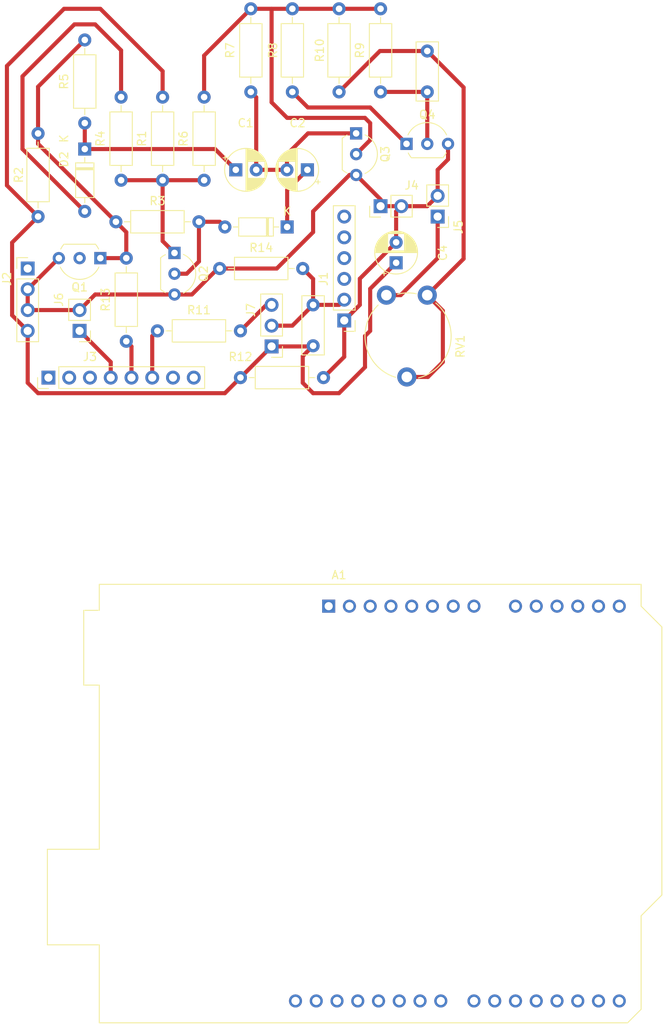
<source format=kicad_pcb>
(kicad_pcb (version 20221018) (generator pcbnew)
  (layers (0 "F.Cu" signal) (31 "B.Cu" signal) (34 "B.Paste" user) (35 "F.Paste" user) (36 "B.SilkS" user "B.Silkscreen") (37 "F.SilkS" user "F.Silkscreen") (38 "B.Mask" user) (39 "F.Mask" user) (44 "Edge.Cuts" user))
  (net 0 "")
  (net 1 "Net-(D2-K)")
  (net 2 "Net-(Q3-C)")
  (net 3 "Net-(D1-K)")
  (net 4 "Net-(C3-Pad1)")
  (net 5 "Net-(Q4-B)")
  (net 6 "VCC")
  (net 7 "GND")
  (net 8 "Net-(J1-Pin_2)")
  (net 9 "Net-(D1-A)")
  (net 10 "Net-(D2-A)")
  (net 11 "Micro")
  (net 12 "Taste")
  (net 13 "Net-(Q2-C)")
  (net 14 "Net-(Q1-C)")
  (net 15 "Net-(Q3-B)")
  (net 16 "Net-(Q4-C)")
  (net 17 "Net-(J7-Pin_3)")
  (net 18 "Net-(J3-Pin_6)")
  (net 19 "DI6")
  (footprint "Potentiometer_THT:Potentiometer_Piher_PT-10-V10_Vertical_Hole" (layer "F.Cu") (at 125.175 99.14 -90)
    (fp_text reference "RV1" (at 6.27 -9.05 90) (layer "F.SilkS"))
    (fp_text value "10k")
    (pad "" np_thru_hole circle (at 5 -2.65 270) (size 4 4) (drill 4) (layers "*.Cu" "*.Mask"))
    (pad "1" thru_hole circle (at 0 0 270) (size 2.34 2.34) (drill 1.3) (layers "*.Cu" "*.Mask") (net 11 "Micro"))
    (pad "2" thru_hole circle (at 10 -2.5 270) (size 2.34 2.34) (drill 1.3) (layers "*.Cu" "*.Mask") (net 4 "Net-(C3-Pad1)"))
    (pad "3" thru_hole circle (at 0 -5 270) (size 2.34 2.34) (drill 1.3) (layers "*.Cu" "*.Mask") (net 4 "Net-(C3-Pad1)"))
  )
  (footprint "Resistor_THT:R_Axial_DIN0207_L6.3mm_D2.5mm_P10.16mm_Horizontal" (layer "F.Cu") (at 97.79 74.93 -90)
    (fp_text reference "R1" (at 5.08 2.54 90) (layer "F.SilkS"))
    (fp_text value "1k")
    (pad "1" thru_hole circle (at 0 0 270) (size 1.6 1.6) (drill 0.8) (layers "*.Cu" "*.Mask") (net 6 "VCC"))
    (pad "2" thru_hole oval (at 10.16 0 270) (size 1.6 1.6) (drill 0.8) (layers "*.Cu" "*.Mask") (net 13 "Net-(Q2-C)"))
  )
  (footprint "Resistor_THT:R_Axial_DIN0207_L6.3mm_D2.5mm_P10.16mm_Horizontal" (layer "F.Cu") (at 107.315 103.505 180)
    (fp_text reference "R11" (at 5.08 2.54) (layer "F.SilkS"))
    (fp_text value "470")
    (pad "1" thru_hole circle (at 0 0 180) (size 1.6 1.6) (drill 0.8) (layers "*.Cu" "*.Mask") (net 17 "Net-(J7-Pin_3)"))
    (pad "2" thru_hole oval (at 10.16 0 180) (size 1.6 1.6) (drill 0.8) (layers "*.Cu" "*.Mask") (net 18 "Net-(J3-Pin_6)"))
  )
  (footprint "Resistor_THT:R_Axial_DIN0207_L6.3mm_D2.5mm_P10.16mm_Horizontal" (layer "F.Cu") (at 93.345 94.615 -90)
    (fp_text reference "R13" (at 5.08 2.54 90) (layer "F.SilkS"))
    (fp_text value "470")
    (pad "1" thru_hole circle (at 0 0 270) (size 1.6 1.6) (drill 0.8) (layers "*.Cu" "*.Mask") (net 14 "Net-(Q1-C)"))
    (pad "2" thru_hole oval (at 10.16 0 270) (size 1.6 1.6) (drill 0.8) (layers "*.Cu" "*.Mask") (net 19 "DI6"))
  )
  (footprint "Resistor_THT:R_Axial_DIN0207_L6.3mm_D2.5mm_P10.16mm_Horizontal" (layer "F.Cu") (at 88.265 67.945 -90)
    (fp_text reference "R5" (at 5.08 2.54 90) (layer "F.SilkS"))
    (fp_text value "1k")
    (pad "1" thru_hole circle (at 0 0 270) (size 1.6 1.6) (drill 0.8) (layers "*.Cu" "*.Mask") (net 14 "Net-(Q1-C)"))
    (pad "2" thru_hole oval (at 10.16 0 270) (size 1.6 1.6) (drill 0.8) (layers "*.Cu" "*.Mask") (net 1 "Net-(D2-K)"))
  )
  (footprint "Connector_PinHeader_2.54mm:PinHeader_1x03_P2.54mm_Vertical" (layer "F.Cu") (at 111.125 105.41 180)
    (fp_text reference "J7" (at 2.54 4.445 90) (layer "F.SilkS"))
    (fp_text value "03")
    (pad "1" thru_hole rect (at 0 0 180) (size 1.7 1.7) (drill 1) (layers "*.Cu" "*.Mask") (net 6 "VCC"))
    (pad "2" thru_hole oval (at 0 2.54 180) (size 1.7 1.7) (drill 1) (layers "*.Cu" "*.Mask") (net 8 "Net-(J1-Pin_2)"))
    (pad "3" thru_hole oval (at 0 5.08 180) (size 1.7 1.7) (drill 1) (layers "*.Cu" "*.Mask") (net 17 "Net-(J7-Pin_3)"))
  )
  (footprint "Diode_THT:D_DO-35_SOD27_P7.62mm_Horizontal" (layer "F.Cu") (at 113.03 90.805 180)
    (fp_text reference "D1" hide)
    (fp_text value "1N4148")
    (fp_text user "K" (at 0 1.905) (layer "F.SilkS"))
    (pad "1" thru_hole rect (at 0 0 180) (size 1.6 1.6) (drill 0.8) (layers "*.Cu" "*.Mask") (net 3 "Net-(D1-K)"))
    (pad "2" thru_hole oval (at 7.62 0 180) (size 1.6 1.6) (drill 0.8) (layers "*.Cu" "*.Mask") (net 9 "Net-(D1-A)"))
  )
  (footprint "Resistor_THT:R_Axial_DIN0207_L6.3mm_D2.5mm_P10.16mm_Horizontal" (layer "F.Cu") (at 82.55 89.535 90)
    (fp_text reference "R2" (at 5.08 -2.37 90) (layer "F.SilkS"))
    (fp_text value "1k")
    (pad "1" thru_hole circle (at 0 0 90) (size 1.6 1.6) (drill 0.8) (layers "*.Cu" "*.Mask") (net 6 "VCC"))
    (pad "2" thru_hole oval (at 10.16 0 90) (size 1.6 1.6) (drill 0.8) (layers "*.Cu" "*.Mask") (net 14 "Net-(Q1-C)"))
  )
  (footprint "Package_TO_SOT_THT:TO-92L_Inline_Wide" (layer "F.Cu") (at 90.17 94.615 180)
    (fp_text reference "Q1" (at 2.54 -3.56) (layer "F.SilkS"))
    (fp_text value "BC547")
    (pad "1" thru_hole rect (at 0 0 180) (size 1.5 1.5) (drill 0.8) (layers "*.Cu" "*.Mask") (net 14 "Net-(Q1-C)"))
    (pad "2" thru_hole circle (at 2.54 0 180) (size 1.5 1.5) (drill 0.8) (layers "*.Cu" "*.Mask") (net 10 "Net-(D2-A)"))
    (pad "3" thru_hole circle (at 5.08 0 180) (size 1.5 1.5) (drill 0.8) (layers "*.Cu" "*.Mask") (net 7 "GND"))
  )
  (footprint "Capacitor_THT:CP_Radial_D5.0mm_P2.50mm" (layer "F.Cu") (at 106.744888 83.82)
    (fp_text reference "C1" (at 1.205112 -5.715) (layer "F.SilkS"))
    (fp_text value "47μF")
    (pad "1" thru_hole rect (at 0 0) (size 1.6 1.6) (drill 0.8) (layers "*.Cu" "*.Mask") (net 1 "Net-(D2-K)"))
    (pad "2" thru_hole circle (at 2.5 0) (size 1.6 1.6) (drill 0.8) (layers "*.Cu" "*.Mask") (net 2 "Net-(Q3-C)"))
  )
  (footprint "Package_TO_SOT_THT:TO-92L_Inline_Wide" (layer "F.Cu") (at 121.47 79.365 -90)
    (fp_text reference "Q3" (at 2.54 -3.56 90) (layer "F.SilkS"))
    (fp_text value "BC547")
    (pad "1" thru_hole rect (at 0 0 270) (size 1.5 1.5) (drill 0.8) (layers "*.Cu" "*.Mask") (net 2 "Net-(Q3-C)"))
    (pad "2" thru_hole circle (at 2.54 0 270) (size 1.5 1.5) (drill 0.8) (layers "*.Cu" "*.Mask") (net 15 "Net-(Q3-B)"))
    (pad "3" thru_hole circle (at 5.08 0 270) (size 1.5 1.5) (drill 0.8) (layers "*.Cu" "*.Mask") (net 7 "GND"))
  )
  (footprint "Connector_PinHeader_2.54mm:PinHeader_1x02_P2.54mm_Vertical" (layer "F.Cu") (at 131.445 89.535 180)
    (fp_text reference "J5" (at -2.54 -1.27 90) (layer "F.SilkS"))
    (fp_text value "Micro")
    (pad "1" thru_hole rect (at 0 0 180) (size 1.7 1.7) (drill 1) (layers "*.Cu" "*.Mask") (net 11 "Micro"))
    (pad "2" thru_hole oval (at 0 2.54 180) (size 1.7 1.7) (drill 1) (layers "*.Cu" "*.Mask") (net 7 "GND"))
  )
  (footprint "Resistor_THT:R_Axial_DIN0207_L6.3mm_D2.5mm_P10.16mm_Horizontal" (layer "F.Cu") (at 104.775 95.885)
    (fp_text reference "R14" (at 5.08 -2.54) (layer "F.SilkS"))
    (fp_text value "0,22")
    (pad "1" thru_hole circle (at 0 0) (size 1.6 1.6) (drill 0.8) (layers "*.Cu" "*.Mask") (net 7 "GND"))
    (pad "2" thru_hole oval (at 10.16 0) (size 1.6 1.6) (drill 0.8) (layers "*.Cu" "*.Mask") (net 8 "Net-(J1-Pin_2)"))
  )
  (footprint "Diode_THT:D_DO-35_SOD27_P7.62mm_Horizontal" (layer "F.Cu") (at 88.265 81.28 -90)
    (fp_text reference "D2" (at 1.27 2.54 90) (layer "F.SilkS"))
    (fp_text value "1N4148")
    (fp_text user "K" (at -1.27 2.54 90) (layer "F.SilkS"))
    (pad "1" thru_hole rect (at 0 0 270) (size 1.6 1.6) (drill 0.8) (layers "*.Cu" "*.Mask") (net 1 "Net-(D2-K)"))
    (pad "2" thru_hole oval (at 7.62 0 270) (size 1.6 1.6) (drill 0.8) (layers "*.Cu" "*.Mask") (net 10 "Net-(D2-A)"))
  )
  (footprint "Connector_PinHeader_2.54mm:PinHeader_1x08_P2.54mm_Vertical" (layer "F.Cu") (at 83.82 109.22 90)
    (fp_text reference "J3" (at 2.54 5.08) (layer "F.SilkS"))
    (fp_text value "DIGITAL")
    (pad "1" thru_hole rect (at 0 0 90) (size 1.7 1.7) (drill 1) (layers "*.Cu" "*.Mask"))
    (pad "2" thru_hole oval (at 0 2.54 90) (size 1.7 1.7) (drill 1) (layers "*.Cu" "*.Mask"))
    (pad "3" thru_hole oval (at 0 5.08 90) (size 1.7 1.7) (drill 1) (layers "*.Cu" "*.Mask"))
    (pad "4" thru_hole oval (at 0 7.62 90) (size 1.7 1.7) (drill 1) (layers "*.Cu" "*.Mask") (net 12 "Taste"))
    (pad "5" thru_hole oval (at 0 10.16 90) (size 1.7 1.7) (drill 1) (layers "*.Cu" "*.Mask") (net 19 "DI6"))
    (pad "6" thru_hole oval (at 0 12.7 90) (size 1.7 1.7) (drill 1) (layers "*.Cu" "*.Mask") (net 18 "Net-(J3-Pin_6)"))
    (pad "7" thru_hole oval (at 0 15.24 90) (size 1.7 1.7) (drill 1) (layers "*.Cu" "*.Mask"))
    (pad "8" thru_hole oval (at 0 17.78 90) (size 1.7 1.7) (drill 1) (layers "*.Cu" "*.Mask"))
  )
  (footprint "Connector_PinHeader_2.54mm:PinHeader_1x02_P2.54mm_Vertical" (layer "F.Cu") (at 124.46 88.265 90)
    (fp_text reference "J4" (at 2.54 3.81) (layer "F.SilkS"))
    (fp_text value "LDR")
    (pad "1" thru_hole rect (at 0 0 90) (size 1.7 1.7) (drill 1) (layers "*.Cu" "*.Mask") (net 7 "GND"))
    (pad "2" thru_hole oval (at 0 2.54 90) (size 1.7 1.7) (drill 1) (layers "*.Cu" "*.Mask") (net 7 "GND"))
  )
  (footprint "Package_TO_SOT_THT:TO-92L_Inline_Wide" (layer "F.Cu") (at 127.635 80.645)
    (fp_text reference "Q4" (at 2.54 -3.56) (layer "F.SilkS"))
    (fp_text value "BC547")
    (pad "1" thru_hole rect (at 0 0) (size 1.5 1.5) (drill 0.8) (layers "*.Cu" "*.Mask") (net 16 "Net-(Q4-C)"))
    (pad "2" thru_hole circle (at 2.54 0) (size 1.5 1.5) (drill 0.8) (layers "*.Cu" "*.Mask") (net 5 "Net-(Q4-B)"))
    (pad "3" thru_hole circle (at 5.08 0) (size 1.5 1.5) (drill 0.8) (layers "*.Cu" "*.Mask") (net 7 "GND"))
  )
  (footprint "Connector_PinHeader_2.54mm:PinHeader_1x04_P2.54mm_Vertical" (layer "F.Cu") (at 81.28 95.885)
    (fp_text reference "J2" (at -2.54 1.27 90) (layer "F.SilkS"))
    (fp_text value "Power")
    (pad "1" thru_hole rect (at 0 0) (size 1.7 1.7) (drill 1) (layers "*.Cu" "*.Mask"))
    (pad "2" thru_hole oval (at 0 2.54) (size 1.7 1.7) (drill 1) (layers "*.Cu" "*.Mask") (net 7 "GND"))
    (pad "3" thru_hole oval (at 0 5.08) (size 1.7 1.7) (drill 1) (layers "*.Cu" "*.Mask") (net 7 "GND"))
    (pad "4" thru_hole oval (at 0 7.62) (size 1.7 1.7) (drill 1) (layers "*.Cu" "*.Mask") (net 6 "VCC"))
  )
  (footprint "Connector_PinHeader_2.54mm:PinHeader_1x06_P2.54mm_Vertical" (layer "F.Cu") (at 120.015 102.235 180)
    (fp_text reference "J1" (at 2.54 5.08 90) (layer "F.SilkS"))
    (fp_text value "Analog IN")
    (pad "1" thru_hole rect (at 0 0 180) (size 1.7 1.7) (drill 1) (layers "*.Cu" "*.Mask") (net 7 "GND"))
    (pad "2" thru_hole oval (at 0 2.54 180) (size 1.7 1.7) (drill 1) (layers "*.Cu" "*.Mask") (net 8 "Net-(J1-Pin_2)"))
    (pad "3" thru_hole oval (at 0 5.08 180) (size 1.7 1.7) (drill 1) (layers "*.Cu" "*.Mask"))
    (pad "4" thru_hole oval (at 0 7.62 180) (size 1.7 1.7) (drill 1) (layers "*.Cu" "*.Mask"))
    (pad "5" thru_hole oval (at 0 10.16 180) (size 1.7 1.7) (drill 1) (layers "*.Cu" "*.Mask"))
    (pad "6" thru_hole oval (at 0 12.7 180) (size 1.7 1.7) (drill 1) (layers "*.Cu" "*.Mask"))
  )
  (footprint "Resistor_THT:R_Axial_DIN0207_L6.3mm_D2.5mm_P10.16mm_Horizontal" (layer "F.Cu") (at 113.665 74.295 90)
    (fp_text reference "R8" (at 5.08 -2.37 90) (layer "F.SilkS"))
    (fp_text value "4k7")
    (pad "1" thru_hole circle (at 0 0 90) (size 1.6 1.6) (drill 0.8) (layers "*.Cu" "*.Mask") (net 16 "Net-(Q4-C)"))
    (pad "2" thru_hole oval (at 10.16 0 90) (size 1.6 1.6) (drill 0.8) (layers "*.Cu" "*.Mask") (net 15 "Net-(Q3-B)"))
  )
  (footprint "Capacitor_THT:C_Disc_D7.0mm_W2.5mm_P5.00mm" (layer "F.Cu") (at 130.175 69.295 -90)
    (fp_text reference "C3" hide)
    (fp_text value "100NF")
    (pad "1" thru_hole circle (at 0 0 270) (size 1.6 1.6) (drill 0.8) (layers "*.Cu" "*.Mask") (net 4 "Net-(C3-Pad1)"))
    (pad "2" thru_hole circle (at 5 0 270) (size 1.6 1.6) (drill 0.8) (layers "*.Cu" "*.Mask") (net 5 "Net-(Q4-B)"))
  )
  (footprint "Capacitor_THT:CP_Radial_D5.0mm_P2.50mm" (layer "F.Cu") (at 126.365 95.185113 90)
    (fp_text reference "C4" (at 1.205113 5.71 90) (layer "F.SilkS"))
    (fp_text value "47μF")
    (pad "1" thru_hole rect (at 0 0 90) (size 1.6 1.6) (drill 0.8) (layers "*.Cu" "*.Mask") (net 6 "VCC"))
    (pad "2" thru_hole circle (at 2.5 0 90) (size 1.6 1.6) (drill 0.8) (layers "*.Cu" "*.Mask") (net 7 "GND"))
  )
  (footprint "Module:Arduino_UNO_R2" (layer "F.Cu") (at 118.11 137.16)
    (fp_text reference "A1" (at 1.27 -3.81 180) (layer "F.SilkS"))
    (fp_text value "Arduino_UNO_R2")
    (pad "1" thru_hole rect (at 0 0 90) (size 1.6 1.6) (drill 1) (layers "*.Cu" "*.Mask"))
    (pad "2" thru_hole oval (at 2.54 0 90) (size 1.6 1.6) (drill 1) (layers "*.Cu" "*.Mask"))
    (pad "3" thru_hole oval (at 5.08 0 90) (size 1.6 1.6) (drill 1) (layers "*.Cu" "*.Mask"))
    (pad "4" thru_hole oval (at 7.62 0 90) (size 1.6 1.6) (drill 1) (layers "*.Cu" "*.Mask"))
    (pad "5" thru_hole oval (at 10.16 0 90) (size 1.6 1.6) (drill 1) (layers "*.Cu" "*.Mask"))
    (pad "6" thru_hole oval (at 12.7 0 90) (size 1.6 1.6) (drill 1) (layers "*.Cu" "*.Mask"))
    (pad "7" thru_hole oval (at 15.24 0 90) (size 1.6 1.6) (drill 1) (layers "*.Cu" "*.Mask"))
    (pad "8" thru_hole oval (at 17.78 0 90) (size 1.6 1.6) (drill 1) (layers "*.Cu" "*.Mask"))
    (pad "9" thru_hole oval (at 22.86 0 90) (size 1.6 1.6) (drill 1) (layers "*.Cu" "*.Mask"))
    (pad "10" thru_hole oval (at 25.4 0 90) (size 1.6 1.6) (drill 1) (layers "*.Cu" "*.Mask"))
    (pad "11" thru_hole oval (at 27.94 0 90) (size 1.6 1.6) (drill 1) (layers "*.Cu" "*.Mask"))
    (pad "12" thru_hole oval (at 30.48 0 90) (size 1.6 1.6) (drill 1) (layers "*.Cu" "*.Mask"))
    (pad "13" thru_hole oval (at 33.02 0 90) (size 1.6 1.6) (drill 1) (layers "*.Cu" "*.Mask"))
    (pad "14" thru_hole oval (at 35.56 0 90) (size 1.6 1.6) (drill 1) (layers "*.Cu" "*.Mask"))
    (pad "15" thru_hole oval (at 35.56 48.26 90) (size 1.6 1.6) (drill 1) (layers "*.Cu" "*.Mask"))
    (pad "16" thru_hole oval (at 33.02 48.26 90) (size 1.6 1.6) (drill 1) (layers "*.Cu" "*.Mask"))
    (pad "17" thru_hole oval (at 30.48 48.26 90) (size 1.6 1.6) (drill 1) (layers "*.Cu" "*.Mask"))
    (pad "18" thru_hole oval (at 27.94 48.26 90) (size 1.6 1.6) (drill 1) (layers "*.Cu" "*.Mask"))
    (pad "19" thru_hole oval (at 25.4 48.26 90) (size 1.6 1.6) (drill 1) (layers "*.Cu" "*.Mask"))
    (pad "20" thru_hole oval (at 22.86 48.26 90) (size 1.6 1.6) (drill 1) (layers "*.Cu" "*.Mask"))
    (pad "21" thru_hole oval (at 20.32 48.26 90) (size 1.6 1.6) (drill 1) (layers "*.Cu" "*.Mask"))
    (pad "22" thru_hole oval (at 17.78 48.26 90) (size 1.6 1.6) (drill 1) (layers "*.Cu" "*.Mask"))
    (pad "23" thru_hole oval (at 13.72 48.26 90) (size 1.6 1.6) (drill 1) (layers "*.Cu" "*.Mask"))
    (pad "24" thru_hole oval (at 11.18 48.26 90) (size 1.6 1.6) (drill 1) (layers "*.Cu" "*.Mask"))
    (pad "25" thru_hole oval (at 8.64 48.26 90) (size 1.6 1.6) (drill 1) (layers "*.Cu" "*.Mask"))
    (pad "26" thru_hole oval (at 6.1 48.26 90) (size 1.6 1.6) (drill 1) (layers "*.Cu" "*.Mask"))
    (pad "27" thru_hole oval (at 3.56 48.26 90) (size 1.6 1.6) (drill 1) (layers "*.Cu" "*.Mask"))
    (pad "28" thru_hole oval (at 1.02 48.26 90) (size 1.6 1.6) (drill 1) (layers "*.Cu" "*.Mask"))
    (pad "29" thru_hole oval (at -1.52 48.26 90) (size 1.6 1.6) (drill 1) (layers "*.Cu" "*.Mask"))
    (pad "30" thru_hole oval (at -4.06 48.26 90) (size 1.6 1.6) (drill 1) (layers "*.Cu" "*.Mask"))
  )
  (footprint "Package_TO_SOT_THT:TO-92L_Inline_Wide" (layer "F.Cu") (at 99.245 93.98 -90)
    (fp_text reference "Q2" (at 2.54 -3.56 90) (layer "F.SilkS"))
    (fp_text value "BC547")
    (pad "1" thru_hole rect (at 0 0 270) (size 1.5 1.5) (drill 0.8) (layers "*.Cu" "*.Mask") (net 13 "Net-(Q2-C)"))
    (pad "2" thru_hole circle (at 2.54 0 270) (size 1.5 1.5) (drill 0.8) (layers "*.Cu" "*.Mask") (net 9 "Net-(D1-A)"))
    (pad "3" thru_hole circle (at 5.08 0 270) (size 1.5 1.5) (drill 0.8) (layers "*.Cu" "*.Mask") (net 7 "GND"))
  )
  (footprint "Resistor_THT:R_Axial_DIN0207_L6.3mm_D2.5mm_P10.16mm_Horizontal" (layer "F.Cu") (at 92.71 85.09 90)
    (fp_text reference "R4" (at 5.08 -2.54 90) (layer "F.SilkS"))
    (fp_text value "22k")
    (pad "1" thru_hole circle (at 0 0 90) (size 1.6 1.6) (drill 0.8) (layers "*.Cu" "*.Mask") (net 13 "Net-(Q2-C)"))
    (pad "2" thru_hole oval (at 10.16 0 90) (size 1.6 1.6) (drill 0.8) (layers "*.Cu" "*.Mask") (net 10 "Net-(D2-A)"))
  )
  (footprint "Capacitor_THT:CP_Radial_D5.0mm_P2.50mm" (layer "F.Cu") (at 115.505113 83.82 180)
    (fp_text reference "C2" (at 1.205113 5.715) (layer "F.SilkS"))
    (fp_text value "47μF")
    (pad "1" thru_hole rect (at 0 0 180) (size 1.6 1.6) (drill 0.8) (layers "*.Cu" "*.Mask") (net 3 "Net-(D1-K)"))
    (pad "2" thru_hole circle (at 2.5 0 180) (size 1.6 1.6) (drill 0.8) (layers "*.Cu" "*.Mask") (net 2 "Net-(Q3-C)"))
  )
  (footprint "Resistor_THT:R_Axial_DIN0207_L6.3mm_D2.5mm_P10.16mm_Horizontal" (layer "F.Cu") (at 124.46 74.295 90)
    (fp_text reference "R9" (at 5.08 -2.54 90) (layer "F.SilkS"))
    (fp_text value "160k")
    (pad "1" thru_hole circle (at 0 0 90) (size 1.6 1.6) (drill 0.8) (layers "*.Cu" "*.Mask") (net 5 "Net-(Q4-B)"))
    (pad "2" thru_hole oval (at 10.16 0 90) (size 1.6 1.6) (drill 0.8) (layers "*.Cu" "*.Mask") (net 15 "Net-(Q3-B)"))
  )
  (footprint "Connector_PinHeader_2.54mm:PinHeader_1x02_P2.54mm_Vertical" (layer "F.Cu") (at 87.63 103.505 180)
    (fp_text reference "J6" (at 2.54 3.81 90) (layer "F.SilkS"))
    (fp_text value "Taste")
    (pad "1" thru_hole rect (at 0 0 180) (size 1.7 1.7) (drill 1) (layers "*.Cu" "*.Mask") (net 12 "Taste"))
    (pad "2" thru_hole oval (at 0 2.54 180) (size 1.7 1.7) (drill 1) (layers "*.Cu" "*.Mask") (net 7 "GND"))
  )
  (footprint "Resistor_THT:R_Axial_DIN0207_L6.3mm_D2.5mm_P10.16mm_Horizontal" (layer "F.Cu") (at 102.235 90.17 180)
    (fp_text reference "R3" (at 5.08 2.54) (layer "F.SilkS"))
    (fp_text value "22k")
    (pad "1" thru_hole circle (at 0 0 180) (size 1.6 1.6) (drill 0.8) (layers "*.Cu" "*.Mask") (net 9 "Net-(D1-A)"))
    (pad "2" thru_hole oval (at 10.16 0 180) (size 1.6 1.6) (drill 0.8) (layers "*.Cu" "*.Mask") (net 14 "Net-(Q1-C)"))
  )
  (footprint "Resistor_THT:R_Axial_DIN0207_L6.3mm_D2.5mm_P10.16mm_Horizontal" (layer "F.Cu") (at 107.315 109.22)
    (fp_text reference "R12" (at 0 -2.54) (layer "F.SilkS"))
    (fp_text value "10k")
    (pad "1" thru_hole circle (at 0 0) (size 1.6 1.6) (drill 0.8) (layers "*.Cu" "*.Mask") (net 6 "VCC"))
    (pad "2" thru_hole oval (at 10.16 0) (size 1.6 1.6) (drill 0.8) (layers "*.Cu" "*.Mask") (net 7 "GND"))
  )
  (footprint "Resistor_THT:R_Axial_DIN0207_L6.3mm_D2.5mm_P10.16mm_Horizontal" (layer "F.Cu") (at 102.87 85.09 90)
    (fp_text reference "R6" (at 5.08 -2.54 90) (layer "F.SilkS"))
    (fp_text value "1k")
    (pad "1" thru_hole circle (at 0 0 90) (size 1.6 1.6) (drill 0.8) (layers "*.Cu" "*.Mask") (net 13 "Net-(Q2-C)"))
    (pad "2" thru_hole oval (at 10.16 0 90) (size 1.6 1.6) (drill 0.8) (layers "*.Cu" "*.Mask") (net 15 "Net-(Q3-B)"))
  )
  (footprint "Capacitor_THT:C_Disc_D7.0mm_W2.5mm_P5.00mm" (layer "F.Cu") (at 116.205 100.33 -90)
    (fp_text reference "C5" hide)
    (fp_text value "100NF")
    (pad "1" thru_hole circle (at 0 0 270) (size 1.6 1.6) (drill 0.8) (layers "*.Cu" "*.Mask") (net 8 "Net-(J1-Pin_2)"))
    (pad "2" thru_hole circle (at 5 0 270) (size 1.6 1.6) (drill 0.8) (layers "*.Cu" "*.Mask") (net 6 "VCC"))
  )
  (footprint "Resistor_THT:R_Axial_DIN0207_L6.3mm_D2.5mm_P10.16mm_Horizontal" (layer "F.Cu") (at 108.585 64.135 -90)
    (fp_text reference "R7" (at 5.08 2.54 90) (layer "F.SilkS"))
    (fp_text value "10k")
    (pad "1" thru_hole circle (at 0 0 270) (size 1.6 1.6) (drill 0.8) (layers "*.Cu" "*.Mask") (net 15 "Net-(Q3-B)"))
    (pad "2" thru_hole oval (at 10.16 0 270) (size 1.6 1.6) (drill 0.8) (layers "*.Cu" "*.Mask") (net 2 "Net-(Q3-C)"))
  )
  (footprint "Resistor_THT:R_Axial_DIN0207_L6.3mm_D2.5mm_P10.16mm_Horizontal" (layer "F.Cu") (at 119.38 74.295 90)
    (fp_text reference "R10" (at 5.08 -2.37 90) (layer "F.SilkS"))
    (fp_text value "10k")
    (pad "1" thru_hole circle (at 0 0 90) (size 1.6 1.6) (drill 0.8) (layers "*.Cu" "*.Mask") (net 4 "Net-(C3-Pad1)"))
    (pad "2" thru_hole oval (at 10.16 0 90) (size 1.6 1.6) (drill 0.8) (layers "*.Cu" "*.Mask") (net 15 "Net-(Q3-B)"))
  )
  (segment (start 104.204888 81.28) (end 106.744888 83.82) (width 0.5) (layer "F.Cu") (net 1))
  (segment (start 88.265 81.28) (end 104.204888 81.28) (width 0.5) (layer "F.Cu") (net 1))
  (segment (start 88.265 78.105) (end 88.265 81.28) (width 0.5) (layer "F.Cu") (net 1))
  (segment (start 109.244888 83.82) (end 109.244888 74.954888) (width 0.5) (layer "F.Cu") (net 2))
  (segment (start 115.58 79.365) (end 113.005113 81.939887) (width 0.5) (layer "F.Cu") (net 2))
  (segment (start 121.47 79.365) (end 115.58 79.365) (width 0.5) (layer "F.Cu") (net 2))
  (segment (start 109.244888 74.954888) (end 108.585 74.295) (width 0.5) (layer "F.Cu") (net 2))
  (segment (start 113.005113 83.82) (end 109.244888 83.82) (width 0.5) (layer "F.Cu") (net 2))
  (segment (start 113.005113 81.939887) (end 113.005113 83.82) (width 0.5) (layer "F.Cu") (net 2))
  (segment (start 113.03 86.295113) (end 115.505113 83.82) (width 0.5) (layer "F.Cu") (net 3))
  (segment (start 113.03 90.805) (end 113.03 86.295113) (width 0.5) (layer "F.Cu") (net 3))
  (segment (start 134.62 73.74) (end 130.175 69.295) (width 0.5) (layer "F.Cu") (net 4))
  (segment (start 132.08 101.045) (end 130.175 99.14) (width 0.5) (layer "F.Cu") (net 4))
  (segment (start 124.38 69.295) (end 119.38 74.295) (width 0.5) (layer "F.Cu") (net 4))
  (segment (start 127.675 109.14) (end 130.255 109.14) (width 0.5) (layer "F.Cu") (net 4))
  (segment (start 130.255 109.14) (end 132.08 107.315) (width 0.5) (layer "F.Cu") (net 4))
  (segment (start 130.175 69.295) (end 124.38 69.295) (width 0.5) (layer "F.Cu") (net 4))
  (segment (start 134.62 94.695) (end 134.62 73.74) (width 0.5) (layer "F.Cu") (net 4))
  (segment (start 132.08 107.315) (end 132.08 101.045) (width 0.5) (layer "F.Cu") (net 4))
  (segment (start 130.175 99.14) (end 134.62 94.695) (width 0.5) (layer "F.Cu") (net 4))
  (segment (start 130.175 74.295) (end 124.46 74.295) (width 0.5) (layer "F.Cu") (net 5))
  (segment (start 130.175 80.645) (end 130.175 74.295) (width 0.5) (layer "F.Cu") (net 5))
  (segment (start 81.28 103.505) (end 79.375 101.6) (width 0.5) (layer "F.Cu") (net 6))
  (segment (start 123.19 103.505) (end 123.19 98.360113) (width 0.5) (layer "F.Cu") (net 6))
  (segment (start 79.375 101.6) (end 79.375 92.71) (width 0.5) (layer "F.Cu") (net 6))
  (segment (start 122.555 104.14) (end 123.19 103.505) (width 0.5) (layer "F.Cu") (net 6))
  (segment (start 81.28 109.855) (end 81.28 103.505) (width 0.5) (layer "F.Cu") (net 6))
  (segment (start 78.74 71.12) (end 85.725 64.135) (width 0.5) (layer "F.Cu") (net 6))
  (segment (start 116.125 105.41) (end 116.205 105.33) (width 0.5) (layer "F.Cu") (net 6))
  (segment (start 82.55 89.535) (end 78.74 85.725) (width 0.5) (layer "F.Cu") (net 6))
  (segment (start 123.19 98.360113) (end 126.365 95.185113) (width 0.5) (layer "F.Cu") (net 6))
  (segment (start 119.375534 111.125) (end 122.555 107.945534) (width 0.5) (layer "F.Cu") (net 6))
  (segment (start 105.41 111.125) (end 82.55 111.125) (width 0.5) (layer "F.Cu") (net 6))
  (segment (start 111.125 105.41) (end 116.125 105.41) (width 0.5) (layer "F.Cu") (net 6))
  (segment (start 116.205 105.33) (end 114.935 106.6) (width 0.5) (layer "F.Cu") (net 6))
  (segment (start 122.555 107.945534) (end 122.555 104.14) (width 0.5) (layer "F.Cu") (net 6))
  (segment (start 78.74 85.725) (end 78.74 71.12) (width 0.5) (layer "F.Cu") (net 6))
  (segment (start 82.55 111.125) (end 81.28 109.855) (width 0.5) (layer "F.Cu") (net 6))
  (segment (start 90.17 64.135) (end 97.79 71.755) (width 0.5) (layer "F.Cu") (net 6))
  (segment (start 107.315 109.22) (end 105.41 111.125) (width 0.5) (layer "F.Cu") (net 6))
  (segment (start 97.79 71.755) (end 97.79 74.93) (width 0.5) (layer "F.Cu") (net 6))
  (segment (start 116.205 111.125) (end 119.375534 111.125) (width 0.5) (layer "F.Cu") (net 6))
  (segment (start 85.725 64.135) (end 90.17 64.135) (width 0.5) (layer "F.Cu") (net 6))
  (segment (start 79.375 92.71) (end 82.55 89.535) (width 0.5) (layer "F.Cu") (net 6))
  (segment (start 114.935 109.855) (end 116.205 111.125) (width 0.5) (layer "F.Cu") (net 6))
  (segment (start 107.315 109.22) (end 111.125 105.41) (width 0.5) (layer "F.Cu") (net 6))
  (segment (start 114.935 106.6) (end 114.935 109.855) (width 0.5) (layer "F.Cu") (net 6))
  (segment (start 132.715 82.55) (end 131.445 83.82) (width 0.5) (layer "F.Cu") (net 7))
  (segment (start 120.015 102.235) (end 121.92 100.33) (width 0.5) (layer "F.Cu") (net 7))
  (segment (start 89.535 99.06) (end 99.245 99.06) (width 0.5) (layer "F.Cu") (net 7))
  (segment (start 126.365 88.9) (end 127 88.265) (width 0.5) (layer "F.Cu") (net 7))
  (segment (start 124.46 87.435) (end 121.47 84.445) (width 0.5) (layer "F.Cu") (net 7))
  (segment (start 116.205 91.44) (end 111.76 95.885) (width 0.5) (layer "F.Cu") (net 7))
  (segment (start 131.445 83.82) (end 131.445 86.995) (width 0.5) (layer "F.Cu") (net 7))
  (segment (start 120.015 106.68) (end 117.475 109.22) (width 0.5) (layer "F.Cu") (net 7))
  (segment (start 81.28 98.425) (end 85.09 94.615) (width 0.5) (layer "F.Cu") (net 7))
  (segment (start 81.28 100.965) (end 81.28 98.425) (width 0.5) (layer "F.Cu") (net 7))
  (segment (start 120.66 84.445) (end 116.205 88.9) (width 0.5) (layer "F.Cu") (net 7))
  (segment (start 104.55 95.885) (end 101.375 99.06) (width 0.5) (layer "F.Cu") (net 7))
  (segment (start 87.63 100.965) (end 81.28 100.965) (width 0.5) (layer "F.Cu") (net 7))
  (segment (start 121.92 100.33) (end 121.92 97.130113) (width 0.5) (layer "F.Cu") (net 7))
  (segment (start 126.365 92.685113) (end 126.365 88.9) (width 0.5) (layer "F.Cu") (net 7))
  (segment (start 127 88.265) (end 130.175 88.265) (width 0.5) (layer "F.Cu") (net 7))
  (segment (start 116.205 88.9) (end 116.205 91.44) (width 0.5) (layer "F.Cu") (net 7))
  (segment (start 121.92 97.130113) (end 126.365 92.685113) (width 0.5) (layer "F.Cu") (net 7))
  (segment (start 104.775 95.885) (end 104.55 95.885) (width 0.5) (layer "F.Cu") (net 7))
  (segment (start 121.47 84.445) (end 120.66 84.445) (width 0.5) (layer "F.Cu") (net 7))
  (segment (start 101.375 99.06) (end 99.245 99.06) (width 0.5) (layer "F.Cu") (net 7))
  (segment (start 127 88.265) (end 124.46 88.265) (width 0.5) (layer "F.Cu") (net 7))
  (segment (start 120.015 102.235) (end 120.015 106.68) (width 0.5) (layer "F.Cu") (net 7))
  (segment (start 132.715 80.645) (end 132.715 82.55) (width 0.5) (layer "F.Cu") (net 7))
  (segment (start 130.175 88.265) (end 131.445 86.995) (width 0.5) (layer "F.Cu") (net 7))
  (segment (start 124.46 88.265) (end 124.46 87.435) (width 0.5) (layer "F.Cu") (net 7))
  (segment (start 87.63 100.965) (end 89.535 99.06) (width 0.5) (layer "F.Cu") (net 7))
  (segment (start 111.76 95.885) (end 104.775 95.885) (width 0.5) (layer "F.Cu") (net 7))
  (segment (start 116.205 100.33) (end 116.205 97.155) (width 0.5) (layer "F.Cu") (net 8))
  (segment (start 111.125 102.87) (end 113.665 102.87) (width 0.5) (layer "F.Cu") (net 8))
  (segment (start 116.205 100.33) (end 119.38 100.33) (width 0.5) (layer "F.Cu") (net 8))
  (segment (start 116.205 97.155) (end 114.935 95.885) (width 0.5) (layer "F.Cu") (net 8))
  (segment (start 119.38 100.33) (end 120.015 99.695) (width 0.5) (layer "F.Cu") (net 8))
  (segment (start 113.665 102.87) (end 116.205 100.33) (width 0.5) (layer "F.Cu") (net 8))
  (segment (start 102.235 90.17) (end 104.775 90.17) (width 0.5) (layer "F.Cu") (net 9))
  (segment (start 100.74 96.52) (end 102.235 95.025) (width 0.5) (layer "F.Cu") (net 9))
  (segment (start 104.775 90.17) (end 105.41 90.805) (width 0.5) (layer "F.Cu") (net 9))
  (segment (start 102.235 95.025) (end 102.235 90.17) (width 0.5) (layer "F.Cu") (net 9))
  (segment (start 99.245 96.52) (end 100.74 96.52) (width 0.5) (layer "F.Cu") (net 9))
  (segment (start 86.995 66.04) (end 89.535 66.04) (width 0.5) (layer "F.Cu") (net 10))
  (segment (start 92.71 69.215) (end 92.71 74.93) (width 0.5) (layer "F.Cu") (net 10))
  (segment (start 80.645 72.39) (end 86.995 66.04) (width 0.5) (layer "F.Cu") (net 10))
  (segment (start 89.535 66.04) (end 92.71 69.215) (width 0.5) (layer "F.Cu") (net 10))
  (segment (start 80.645 81.28) (end 80.645 72.39) (width 0.5) (layer "F.Cu") (net 10))
  (segment (start 88.265 88.9) (end 80.645 81.28) (width 0.5) (layer "F.Cu") (net 10))
  (segment (start 126.92 99.14) (end 131.445 94.615) (width 0.5) (layer "F.Cu") (net 11))
  (segment (start 131.445 94.615) (end 131.445 89.535) (width 0.5) (layer "F.Cu") (net 11))
  (segment (start 125.175 99.14) (end 126.92 99.14) (width 0.5) (layer "F.Cu") (net 11))
  (segment (start 91.44 109.22) (end 91.44 107.315) (width 0.5) (layer "F.Cu") (net 12))
  (segment (start 91.44 107.315) (end 87.63 103.505) (width 0.5) (layer "F.Cu") (net 12))
  (segment (start 97.79 85.09) (end 97.79 92.525) (width 0.5) (layer "F.Cu") (net 13))
  (segment (start 92.71 85.09) (end 97.79 85.09) (width 0.5) (layer "F.Cu") (net 13))
  (segment (start 97.79 85.09) (end 102.87 85.09) (width 0.5) (layer "F.Cu") (net 13))
  (segment (start 97.79 92.525) (end 99.245 93.98) (width 0.5) (layer "F.Cu") (net 13))
  (segment (start 82.55 79.375) (end 82.55 80.645) (width 0.5) (layer "F.Cu") (net 14))
  (segment (start 82.55 80.645) (end 92.075 90.17) (width 0.5) (layer "F.Cu") (net 14))
  (segment (start 93.345 91.44) (end 92.075 90.17) (width 0.5) (layer "F.Cu") (net 14))
  (segment (start 90.17 94.615) (end 93.345 94.615) (width 0.5) (layer "F.Cu") (net 14))
  (segment (start 82.55 73.66) (end 88.265 67.945) (width 0.5) (layer "F.Cu") (net 14))
  (segment (start 82.55 79.375) (end 82.55 73.66) (width 0.5) (layer "F.Cu") (net 14))
  (segment (start 93.345 94.615) (end 93.345 91.44) (width 0.5) (layer "F.Cu") (net 14))
  (segment (start 113.03 77.47) (end 111.125 75.565) (width 0.5) (layer "F.Cu") (net 15))
  (segment (start 113.665 64.135) (end 111.125 64.135) (width 0.5) (layer "F.Cu") (net 15))
  (segment (start 121.47 81.905) (end 123.19 80.185) (width 0.5) (layer "F.Cu") (net 15))
  (segment (start 111.125 64.135) (end 108.585 64.135) (width 0.5) (layer "F.Cu") (net 15))
  (segment (start 102.87 74.93) (end 102.87 69.85) (width 0.5) (layer "F.Cu") (net 15))
  (segment (start 111.125 75.565) (end 111.125 64.135) (width 0.5) (layer "F.Cu") (net 15))
  (segment (start 123.19 78.105) (end 122.555 77.47) (width 0.5) (layer "F.Cu") (net 15))
  (segment (start 123.19 80.185) (end 123.19 78.105) (width 0.5) (layer "F.Cu") (net 15))
  (segment (start 102.87 69.85) (end 108.585 64.135) (width 0.5) (layer "F.Cu") (net 15))
  (segment (start 124.46 64.135) (end 119.38 64.135) (width 0.5) (layer "F.Cu") (net 15))
  (segment (start 122.555 77.47) (end 113.03 77.47) (width 0.5) (layer "F.Cu") (net 15))
  (segment (start 119.38 64.135) (end 113.665 64.135) (width 0.5) (layer "F.Cu") (net 15))
  (segment (start 113.665 74.295) (end 115.57 76.2) (width 0.5) (layer "F.Cu") (net 16))
  (segment (start 115.57 76.2) (end 123.19 76.2) (width 0.5) (layer "F.Cu") (net 16))
  (segment (start 123.19 76.2) (end 127.635 80.645) (width 0.5) (layer "F.Cu") (net 16))
  (segment (start 107.315 103.505) (end 110.49 100.33) (width 0.5) (layer "F.Cu") (net 17))
  (segment (start 110.49 100.33) (end 111.125 100.33) (width 0.5) (layer "F.Cu") (net 17))
  (segment (start 96.52 109.22) (end 96.52 104.14) (width 0.5) (layer "F.Cu") (net 18))
  (segment (start 96.52 104.14) (end 97.155 103.505) (width 0.5) (layer "F.Cu") (net 18))
  (segment (start 93.98 105.41) (end 93.345 104.775) (width 0.5) (layer "F.Cu") (net 19))
  (segment (start 93.98 109.22) (end 93.98 105.41) (width 0.5) (layer "F.Cu") (net 19))
)
</source>
